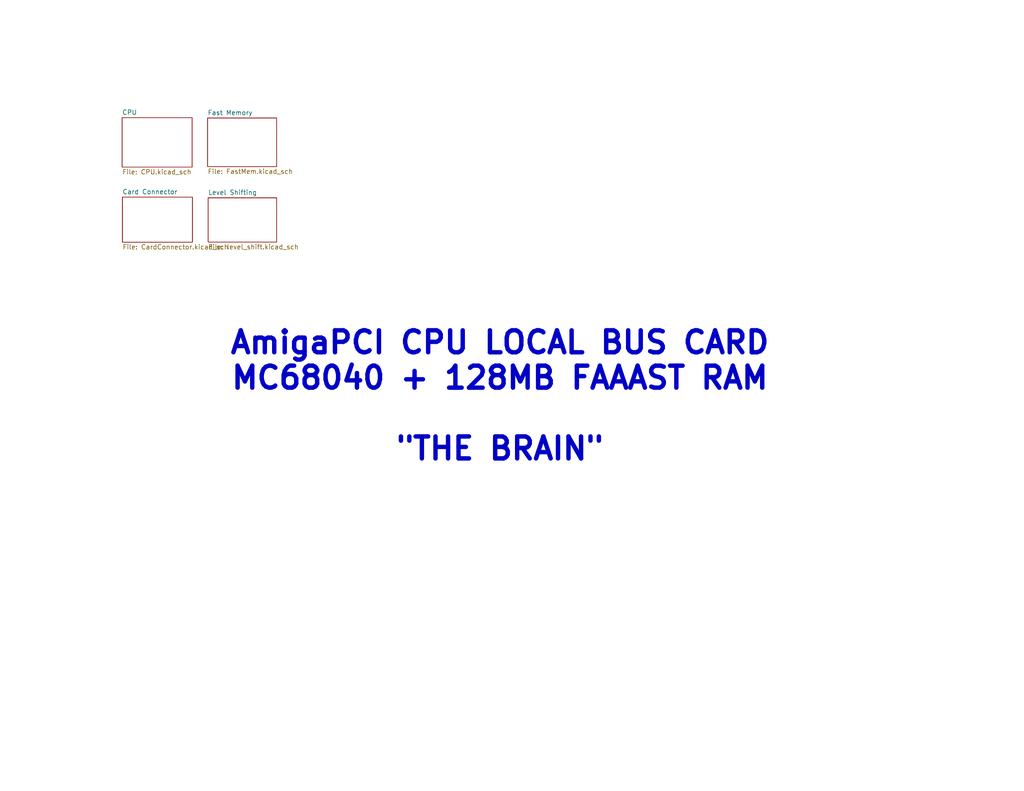
<source format=kicad_sch>
(kicad_sch
	(version 20231120)
	(generator "eeschema")
	(generator_version "8.0")
	(uuid "e4eb271a-56d6-4281-ada6-40852f202c68")
	(paper "A")
	(title_block
		(title "AmigaPCI 68040 Local Bus Card")
		(date "2025-06-29")
		(rev "5.0")
	)
	(lib_symbols)
	(text "AmigaPCI CPU LOCAL BUS CARD\nMC68040 + 128MB FAAAST RAM\n\n\"THE BRAIN\""
		(exclude_from_sim no)
		(at 136.398 108.204 0)
		(effects
			(font
				(size 6 6)
				(thickness 1.2)
				(bold yes)
			)
		)
		(uuid "e4719dee-c6fa-4357-bdd5-3e23855fa21d")
	)
	(sheet
		(at 33.33 32.13)
		(size 19.1 13.5)
		(fields_autoplaced yes)
		(stroke
			(width 0.1524)
			(type solid)
		)
		(fill
			(color 0 0 0 0.0000)
		)
		(uuid "0949e450-9e28-4a27-951c-3961f6039256")
		(property "Sheetname" "CPU"
			(at 33.33 31.4184 0)
			(effects
				(font
					(size 1.27 1.27)
				)
				(justify left bottom)
			)
		)
		(property "Sheetfile" "CPU.kicad_sch"
			(at 33.33 46.2146 0)
			(effects
				(font
					(size 1.27 1.27)
				)
				(justify left top)
			)
		)
		(instances
			(project "AmigaPCI 68040"
				(path "/e4eb271a-56d6-4281-ada6-40852f202c68"
					(page "2")
				)
			)
		)
	)
	(sheet
		(at 56.8 54)
		(size 18.7 12.1)
		(fields_autoplaced yes)
		(stroke
			(width 0.1524)
			(type solid)
		)
		(fill
			(color 0 0 0 0.0000)
		)
		(uuid "0cc1516b-fda9-43ef-9f2b-aa36a87bb630")
		(property "Sheetname" "Level Shifting"
			(at 56.8 53.2884 0)
			(effects
				(font
					(size 1.27 1.27)
				)
				(justify left bottom)
			)
		)
		(property "Sheetfile" "level_shift.kicad_sch"
			(at 56.8 66.6846 0)
			(effects
				(font
					(size 1.27 1.27)
				)
				(justify left top)
			)
		)
		(instances
			(project "AmigaPCI 68040"
				(path "/e4eb271a-56d6-4281-ada6-40852f202c68"
					(page "5")
				)
			)
		)
	)
	(sheet
		(at 56.65 32.23)
		(size 18.85 13.27)
		(fields_autoplaced yes)
		(stroke
			(width 0.1524)
			(type solid)
		)
		(fill
			(color 0 0 0 0.0000)
		)
		(uuid "bb4ae098-973b-46ca-b387-f2229a81b6e3")
		(property "Sheetname" "Fast Memory"
			(at 56.65 31.5184 0)
			(effects
				(font
					(size 1.27 1.27)
				)
				(justify left bottom)
			)
		)
		(property "Sheetfile" "FastMem.kicad_sch"
			(at 56.65 46.0846 0)
			(effects
				(font
					(size 1.27 1.27)
				)
				(justify left top)
			)
		)
		(instances
			(project "AmigaPCI 68040"
				(path "/e4eb271a-56d6-4281-ada6-40852f202c68"
					(page "3")
				)
			)
		)
	)
	(sheet
		(at 33.4 53.82)
		(size 19.1 12.3)
		(fields_autoplaced yes)
		(stroke
			(width 0.1524)
			(type solid)
		)
		(fill
			(color 0 0 0 0.0000)
		)
		(uuid "e434a9c9-dc49-4b97-aed3-c8d4620b07ee")
		(property "Sheetname" "Card Connector"
			(at 33.4 53.1084 0)
			(effects
				(font
					(size 1.27 1.27)
				)
				(justify left bottom)
			)
		)
		(property "Sheetfile" "CardConnector.kicad_sch"
			(at 33.4 66.7046 0)
			(effects
				(font
					(size 1.27 1.27)
				)
				(justify left top)
			)
		)
		(instances
			(project "AmigaPCI 68040"
				(path "/e4eb271a-56d6-4281-ada6-40852f202c68"
					(page "4")
				)
			)
		)
	)
	(sheet_instances
		(path "/"
			(page "1")
		)
	)
)

</source>
